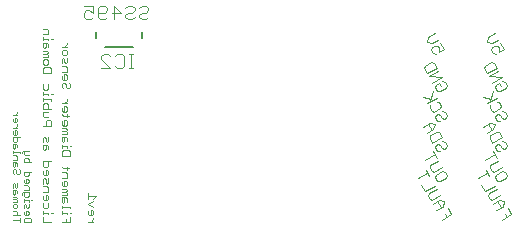
<source format=gbo>
G04 EAGLE Gerber RS-274X export*
G75*
%MOMM*%
%FSLAX34Y34*%
%LPD*%
%INSilkscreen Bottom*%
%IPPOS*%
%AMOC8*
5,1,8,0,0,1.08239X$1,22.5*%
G01*
%ADD10C,0.050800*%
%ADD11C,0.076200*%
%ADD12C,0.203200*%
%ADD13C,0.101600*%


D10*
X116379Y12954D02*
X123497Y12954D01*
X123497Y17699D01*
X119938Y15327D02*
X119938Y12954D01*
X121124Y19970D02*
X121124Y21157D01*
X116379Y21157D01*
X116379Y22343D02*
X116379Y19970D01*
X123497Y21157D02*
X124683Y21157D01*
X123497Y24648D02*
X123497Y25834D01*
X116379Y25834D01*
X116379Y24648D02*
X116379Y27021D01*
X121124Y30512D02*
X121124Y32885D01*
X119938Y34071D01*
X116379Y34071D01*
X116379Y30512D01*
X117565Y29326D01*
X118752Y30512D01*
X118752Y34071D01*
X121124Y36342D02*
X116379Y36342D01*
X121124Y36342D02*
X121124Y37528D01*
X119938Y38715D01*
X116379Y38715D01*
X119938Y38715D02*
X121124Y39901D01*
X119938Y41087D01*
X116379Y41087D01*
X116379Y44545D02*
X116379Y46917D01*
X116379Y44545D02*
X117565Y43358D01*
X119938Y43358D01*
X121124Y44545D01*
X121124Y46917D01*
X119938Y48104D01*
X118752Y48104D01*
X118752Y43358D01*
X116379Y50375D02*
X121124Y50375D01*
X121124Y53934D01*
X119938Y55120D01*
X116379Y55120D01*
X117565Y58577D02*
X122311Y58577D01*
X117565Y58577D02*
X116379Y59764D01*
X121124Y59764D02*
X121124Y57391D01*
X123497Y69085D02*
X116379Y69085D01*
X116379Y72644D01*
X117565Y73830D01*
X122311Y73830D01*
X123497Y72644D01*
X123497Y69085D01*
X121124Y76101D02*
X121124Y77288D01*
X116379Y77288D01*
X116379Y78474D02*
X116379Y76101D01*
X123497Y77288D02*
X124683Y77288D01*
X121124Y81965D02*
X121124Y84338D01*
X119938Y85524D01*
X116379Y85524D01*
X116379Y81965D01*
X117565Y80779D01*
X118752Y81965D01*
X118752Y85524D01*
X121124Y87795D02*
X116379Y87795D01*
X121124Y87795D02*
X121124Y88982D01*
X119938Y90168D01*
X116379Y90168D01*
X119938Y90168D02*
X121124Y91354D01*
X119938Y92541D01*
X116379Y92541D01*
X116379Y95998D02*
X116379Y98371D01*
X116379Y95998D02*
X117565Y94812D01*
X119938Y94812D01*
X121124Y95998D01*
X121124Y98371D01*
X119938Y99557D01*
X118752Y99557D01*
X118752Y94812D01*
X117565Y103014D02*
X122311Y103014D01*
X117565Y103014D02*
X116379Y104201D01*
X121124Y104201D02*
X121124Y101828D01*
X116379Y107692D02*
X116379Y110065D01*
X116379Y107692D02*
X117565Y106506D01*
X119938Y106506D01*
X121124Y107692D01*
X121124Y110065D01*
X119938Y111251D01*
X118752Y111251D01*
X118752Y106506D01*
X116379Y113522D02*
X121124Y113522D01*
X118752Y113522D02*
X121124Y115895D01*
X121124Y117081D01*
X123497Y129944D02*
X122311Y131131D01*
X123497Y129944D02*
X123497Y127572D01*
X122311Y126385D01*
X121124Y126385D01*
X119938Y127572D01*
X119938Y129944D01*
X118752Y131131D01*
X117565Y131131D01*
X116379Y129944D01*
X116379Y127572D01*
X117565Y126385D01*
X116379Y134588D02*
X116379Y136961D01*
X116379Y134588D02*
X117565Y133402D01*
X119938Y133402D01*
X121124Y134588D01*
X121124Y136961D01*
X119938Y138147D01*
X118752Y138147D01*
X118752Y133402D01*
X116379Y140418D02*
X121124Y140418D01*
X121124Y143977D01*
X119938Y145164D01*
X116379Y145164D01*
X116379Y147435D02*
X116379Y150994D01*
X117565Y152180D01*
X118752Y150994D01*
X118752Y148621D01*
X119938Y147435D01*
X121124Y148621D01*
X121124Y152180D01*
X116379Y155637D02*
X116379Y158010D01*
X117565Y159196D01*
X119938Y159196D01*
X121124Y158010D01*
X121124Y155637D01*
X119938Y154451D01*
X117565Y154451D01*
X116379Y155637D01*
X116379Y161467D02*
X121124Y161467D01*
X118752Y161467D02*
X121124Y163840D01*
X121124Y165026D01*
X90476Y12954D02*
X84629Y12954D01*
X84629Y15877D01*
X85603Y16852D01*
X89501Y16852D01*
X90476Y15877D01*
X90476Y12954D01*
X84629Y19775D02*
X84629Y21724D01*
X84629Y19775D02*
X85603Y18801D01*
X87552Y18801D01*
X88527Y19775D01*
X88527Y21724D01*
X87552Y22699D01*
X86578Y22699D01*
X86578Y18801D01*
X84629Y24648D02*
X84629Y27571D01*
X85603Y28546D01*
X86578Y27571D01*
X86578Y25622D01*
X87552Y24648D01*
X88527Y25622D01*
X88527Y28546D01*
X88527Y30495D02*
X88527Y31469D01*
X84629Y31469D01*
X84629Y30495D02*
X84629Y32444D01*
X90476Y31469D02*
X91450Y31469D01*
X82680Y36342D02*
X82680Y37316D01*
X83655Y38291D01*
X88527Y38291D01*
X88527Y35367D01*
X87552Y34393D01*
X85603Y34393D01*
X84629Y35367D01*
X84629Y38291D01*
X84629Y40240D02*
X88527Y40240D01*
X88527Y43163D01*
X87552Y44138D01*
X84629Y44138D01*
X84629Y47061D02*
X84629Y49010D01*
X84629Y47061D02*
X85603Y46087D01*
X87552Y46087D01*
X88527Y47061D01*
X88527Y49010D01*
X87552Y49985D01*
X86578Y49985D01*
X86578Y46087D01*
X84629Y55832D02*
X90476Y55832D01*
X84629Y55832D02*
X84629Y52908D01*
X85603Y51934D01*
X87552Y51934D01*
X88527Y52908D01*
X88527Y55832D01*
X90476Y63628D02*
X84629Y63628D01*
X84629Y66551D01*
X85603Y67526D01*
X87552Y67526D01*
X88527Y66551D01*
X88527Y63628D01*
X88527Y69475D02*
X85603Y69475D01*
X84629Y70449D01*
X84629Y73373D01*
X83655Y73373D02*
X88527Y73373D01*
X83655Y73373D02*
X82680Y72398D01*
X82680Y71424D01*
X80951Y14903D02*
X75104Y14903D01*
X80951Y12954D02*
X80951Y16852D01*
X80951Y18801D02*
X75104Y18801D01*
X78027Y18801D02*
X79002Y19775D01*
X79002Y21724D01*
X78027Y22699D01*
X75104Y22699D01*
X75104Y25622D02*
X75104Y27571D01*
X76078Y28546D01*
X78027Y28546D01*
X79002Y27571D01*
X79002Y25622D01*
X78027Y24648D01*
X76078Y24648D01*
X75104Y25622D01*
X75104Y30495D02*
X79002Y30495D01*
X79002Y31469D01*
X78027Y32444D01*
X75104Y32444D01*
X78027Y32444D02*
X79002Y33418D01*
X78027Y34393D01*
X75104Y34393D01*
X79002Y37316D02*
X79002Y39265D01*
X78027Y40240D01*
X75104Y40240D01*
X75104Y37316D01*
X76078Y36342D01*
X77053Y37316D01*
X77053Y40240D01*
X75104Y42189D02*
X75104Y45112D01*
X76078Y46087D01*
X77053Y45112D01*
X77053Y43163D01*
X78027Y42189D01*
X79002Y43163D01*
X79002Y46087D01*
X80951Y56806D02*
X79976Y57781D01*
X80951Y56806D02*
X80951Y54857D01*
X79976Y53883D01*
X79002Y53883D01*
X78027Y54857D01*
X78027Y56806D01*
X77053Y57781D01*
X76078Y57781D01*
X75104Y56806D01*
X75104Y54857D01*
X76078Y53883D01*
X79002Y60704D02*
X79002Y62653D01*
X78027Y63628D01*
X75104Y63628D01*
X75104Y60704D01*
X76078Y59730D01*
X77053Y60704D01*
X77053Y63628D01*
X75104Y65577D02*
X79002Y65577D01*
X79002Y68500D01*
X78027Y69475D01*
X75104Y69475D01*
X80951Y71424D02*
X80951Y72398D01*
X75104Y72398D01*
X75104Y71424D02*
X75104Y73373D01*
X79002Y76296D02*
X79002Y78245D01*
X78027Y79220D01*
X75104Y79220D01*
X75104Y76296D01*
X76078Y75322D01*
X77053Y76296D01*
X77053Y79220D01*
X75104Y85067D02*
X80951Y85067D01*
X75104Y85067D02*
X75104Y82143D01*
X76078Y81169D01*
X78027Y81169D01*
X79002Y82143D01*
X79002Y85067D01*
X75104Y87990D02*
X75104Y89939D01*
X75104Y87990D02*
X76078Y87016D01*
X78027Y87016D01*
X79002Y87990D01*
X79002Y89939D01*
X78027Y90914D01*
X77053Y90914D01*
X77053Y87016D01*
X75104Y92863D02*
X79002Y92863D01*
X77053Y92863D02*
X79002Y94812D01*
X79002Y95786D01*
X75104Y98710D02*
X75104Y100659D01*
X75104Y98710D02*
X76078Y97735D01*
X78027Y97735D01*
X79002Y98710D01*
X79002Y100659D01*
X78027Y101633D01*
X77053Y101633D01*
X77053Y97735D01*
X75104Y103582D02*
X79002Y103582D01*
X77053Y103582D02*
X79002Y105531D01*
X79002Y106505D01*
X100504Y12954D02*
X107622Y12954D01*
X100504Y12954D02*
X100504Y17699D01*
X105249Y19970D02*
X105249Y21157D01*
X100504Y21157D01*
X100504Y22343D02*
X100504Y19970D01*
X107622Y21157D02*
X108808Y21157D01*
X105249Y25834D02*
X105249Y29393D01*
X105249Y25834D02*
X104063Y24648D01*
X101690Y24648D01*
X100504Y25834D01*
X100504Y29393D01*
X100504Y32851D02*
X100504Y35223D01*
X100504Y32851D02*
X101690Y31664D01*
X104063Y31664D01*
X105249Y32851D01*
X105249Y35223D01*
X104063Y36410D01*
X102877Y36410D01*
X102877Y31664D01*
X100504Y38681D02*
X105249Y38681D01*
X105249Y42240D01*
X104063Y43426D01*
X100504Y43426D01*
X100504Y45697D02*
X100504Y49256D01*
X101690Y50442D01*
X102877Y49256D01*
X102877Y46883D01*
X104063Y45697D01*
X105249Y46883D01*
X105249Y50442D01*
X100504Y53900D02*
X100504Y56273D01*
X100504Y53900D02*
X101690Y52713D01*
X104063Y52713D01*
X105249Y53900D01*
X105249Y56273D01*
X104063Y57459D01*
X102877Y57459D01*
X102877Y52713D01*
X100504Y64475D02*
X107622Y64475D01*
X100504Y64475D02*
X100504Y60916D01*
X101690Y59730D01*
X104063Y59730D01*
X105249Y60916D01*
X105249Y64475D01*
X105249Y74949D02*
X105249Y77322D01*
X104063Y78508D01*
X100504Y78508D01*
X100504Y74949D01*
X101690Y73763D01*
X102877Y74949D01*
X102877Y78508D01*
X100504Y80779D02*
X100504Y84338D01*
X101690Y85524D01*
X102877Y84338D01*
X102877Y81965D01*
X104063Y80779D01*
X105249Y81965D01*
X105249Y85524D01*
X107622Y94812D02*
X100504Y94812D01*
X107622Y94812D02*
X107622Y98371D01*
X106436Y99557D01*
X104063Y99557D01*
X102877Y98371D01*
X102877Y94812D01*
X101690Y101828D02*
X105249Y101828D01*
X101690Y101828D02*
X100504Y103014D01*
X100504Y106573D01*
X105249Y106573D01*
X107622Y108844D02*
X100504Y108844D01*
X100504Y112404D01*
X101690Y113590D01*
X104063Y113590D01*
X105249Y112404D01*
X105249Y108844D01*
X107622Y115861D02*
X107622Y117047D01*
X100504Y117047D01*
X100504Y115861D02*
X100504Y118234D01*
X105249Y120538D02*
X105249Y121725D01*
X100504Y121725D01*
X100504Y122911D02*
X100504Y120538D01*
X107622Y121725D02*
X108808Y121725D01*
X105249Y126402D02*
X105249Y129961D01*
X105249Y126402D02*
X104063Y125216D01*
X101690Y125216D01*
X100504Y126402D01*
X100504Y129961D01*
X100504Y139249D02*
X107622Y139249D01*
X100504Y139249D02*
X100504Y142808D01*
X101690Y143994D01*
X106436Y143994D01*
X107622Y142808D01*
X107622Y139249D01*
X100504Y147452D02*
X100504Y149824D01*
X101690Y151011D01*
X104063Y151011D01*
X105249Y149824D01*
X105249Y147452D01*
X104063Y146265D01*
X101690Y146265D01*
X100504Y147452D01*
X100504Y153282D02*
X105249Y153282D01*
X105249Y154468D01*
X104063Y155654D01*
X100504Y155654D01*
X104063Y155654D02*
X105249Y156841D01*
X104063Y158027D01*
X100504Y158027D01*
X105249Y161484D02*
X105249Y163857D01*
X104063Y165043D01*
X100504Y165043D01*
X100504Y161484D01*
X101690Y160298D01*
X102877Y161484D01*
X102877Y165043D01*
X105249Y167314D02*
X105249Y168501D01*
X100504Y168501D01*
X100504Y169687D02*
X100504Y167314D01*
X107622Y168501D02*
X108808Y168501D01*
X105249Y171992D02*
X100504Y171992D01*
X105249Y171992D02*
X105249Y175551D01*
X104063Y176737D01*
X100504Y176737D01*
D11*
X487750Y164879D02*
X490885Y159448D01*
X486812Y157097D01*
X486602Y160596D01*
X485819Y161954D01*
X483677Y162528D01*
X480962Y160960D01*
X480388Y158818D01*
X481956Y156103D01*
X484097Y155529D01*
X480777Y164415D02*
X486208Y167550D01*
X480777Y164415D02*
X476494Y165563D01*
X477642Y169845D01*
X483072Y172981D01*
X489567Y132345D02*
X491709Y131771D01*
X493277Y129056D01*
X492703Y126915D01*
X487272Y123779D01*
X485131Y124353D01*
X483563Y127068D01*
X484137Y129210D01*
X486852Y130778D01*
X488420Y128062D01*
X481237Y131097D02*
X489383Y135800D01*
X478102Y136528D01*
X486247Y141231D01*
X484705Y143902D02*
X476559Y139199D01*
X474208Y143272D01*
X474782Y145413D01*
X480212Y148549D01*
X482354Y147975D01*
X484705Y143902D01*
X491709Y55571D02*
X493277Y52856D01*
X492703Y50715D01*
X487272Y47579D01*
X485131Y48153D01*
X483563Y50868D01*
X484137Y53010D01*
X489567Y56145D01*
X491709Y55571D01*
X489383Y59600D02*
X482595Y55681D01*
X480453Y56255D01*
X478885Y58970D01*
X479459Y61112D01*
X486247Y65031D01*
X483138Y70417D02*
X474992Y65714D01*
X484705Y67702D02*
X481570Y73133D01*
X497235Y19748D02*
X489089Y15045D01*
X497235Y19748D02*
X494100Y25179D01*
X491595Y20112D02*
X493162Y17397D01*
X489842Y26283D02*
X484412Y23147D01*
X489842Y26283D02*
X490990Y30566D01*
X486707Y31713D01*
X481277Y28578D01*
X485349Y30929D02*
X488485Y25499D01*
X481092Y32033D02*
X487880Y35952D01*
X481092Y32033D02*
X478950Y32607D01*
X477383Y35322D01*
X477957Y37463D01*
X484745Y41383D01*
X483203Y44054D02*
X475057Y39351D01*
X471921Y44781D01*
X468811Y50168D02*
X476957Y54871D01*
X475390Y57586D02*
X478525Y52156D01*
X491709Y106371D02*
X489567Y106945D01*
X491709Y106371D02*
X493277Y103656D01*
X492703Y101515D01*
X491345Y100731D01*
X489204Y101305D01*
X487636Y104020D01*
X485494Y104594D01*
X484137Y103810D01*
X483563Y101668D01*
X485131Y98953D01*
X487272Y98379D01*
X487031Y114473D02*
X484890Y115047D01*
X487031Y114473D02*
X488599Y111758D01*
X488025Y109616D01*
X482595Y106481D01*
X480453Y107055D01*
X478885Y109770D01*
X479459Y111912D01*
X476559Y113799D02*
X484705Y118502D01*
X479275Y115367D02*
X481570Y123933D01*
X479848Y117508D02*
X473424Y119230D01*
X489567Y81545D02*
X491709Y80971D01*
X493277Y78256D01*
X492703Y76115D01*
X491345Y75331D01*
X489204Y75905D01*
X487636Y78620D01*
X485494Y79194D01*
X484137Y78410D01*
X483563Y76268D01*
X485131Y73553D01*
X487272Y72979D01*
X481237Y80297D02*
X489383Y85000D01*
X481237Y80297D02*
X478885Y84370D01*
X479459Y86512D01*
X484890Y89647D01*
X487031Y89073D01*
X489383Y85000D01*
X481990Y91534D02*
X476559Y88399D01*
X481990Y91534D02*
X483138Y95817D01*
X478855Y96965D01*
X473424Y93830D01*
X477497Y96181D02*
X480632Y90751D01*
D10*
X143349Y12954D02*
X138604Y12954D01*
X140977Y12954D02*
X143349Y15327D01*
X143349Y16513D01*
X138604Y19987D02*
X138604Y22360D01*
X138604Y19987D02*
X139790Y18801D01*
X142163Y18801D01*
X143349Y19987D01*
X143349Y22360D01*
X142163Y23546D01*
X140977Y23546D01*
X140977Y18801D01*
X143349Y25817D02*
X138604Y28190D01*
X143349Y30563D01*
X143349Y32834D02*
X145722Y35206D01*
X138604Y35206D01*
X138604Y32834D02*
X138604Y37579D01*
D11*
X436950Y164879D02*
X440085Y159448D01*
X436012Y157097D01*
X435802Y160596D01*
X435019Y161954D01*
X432877Y162528D01*
X430162Y160960D01*
X429588Y158818D01*
X431156Y156103D01*
X433297Y155529D01*
X429977Y164415D02*
X435408Y167550D01*
X429977Y164415D02*
X425694Y165563D01*
X426842Y169845D01*
X432272Y172981D01*
X438767Y132345D02*
X440909Y131771D01*
X442477Y129056D01*
X441903Y126915D01*
X436472Y123779D01*
X434331Y124353D01*
X432763Y127068D01*
X433337Y129210D01*
X436052Y130778D01*
X437620Y128062D01*
X430437Y131097D02*
X438583Y135800D01*
X427302Y136528D01*
X435447Y141231D01*
X433905Y143902D02*
X425759Y139199D01*
X423408Y143272D01*
X423982Y145413D01*
X429412Y148549D01*
X431554Y147975D01*
X433905Y143902D01*
X440909Y55571D02*
X442477Y52856D01*
X441903Y50715D01*
X436472Y47579D01*
X434331Y48153D01*
X432763Y50868D01*
X433337Y53010D01*
X438767Y56145D01*
X440909Y55571D01*
X438583Y59600D02*
X431795Y55681D01*
X429653Y56255D01*
X428085Y58970D01*
X428659Y61112D01*
X435447Y65031D01*
X432338Y70417D02*
X424192Y65714D01*
X433905Y67702D02*
X430770Y73133D01*
X446435Y19748D02*
X438289Y15045D01*
X446435Y19748D02*
X443300Y25179D01*
X440795Y20112D02*
X442362Y17397D01*
X439042Y26283D02*
X433612Y23147D01*
X439042Y26283D02*
X440190Y30566D01*
X435907Y31713D01*
X430477Y28578D01*
X434549Y30929D02*
X437685Y25499D01*
X430292Y32033D02*
X437080Y35952D01*
X430292Y32033D02*
X428150Y32607D01*
X426583Y35322D01*
X427157Y37463D01*
X433945Y41383D01*
X432403Y44054D02*
X424257Y39351D01*
X421121Y44781D01*
X418011Y50168D02*
X426157Y54871D01*
X424590Y57586D02*
X427725Y52156D01*
X440909Y106371D02*
X438767Y106945D01*
X440909Y106371D02*
X442477Y103656D01*
X441903Y101515D01*
X440545Y100731D01*
X438404Y101305D01*
X436836Y104020D01*
X434694Y104594D01*
X433337Y103810D01*
X432763Y101668D01*
X434331Y98953D01*
X436472Y98379D01*
X436231Y114473D02*
X434090Y115047D01*
X436231Y114473D02*
X437799Y111758D01*
X437225Y109616D01*
X431795Y106481D01*
X429653Y107055D01*
X428085Y109770D01*
X428659Y111912D01*
X425759Y113799D02*
X433905Y118502D01*
X428475Y115367D02*
X430770Y123933D01*
X429048Y117508D02*
X422624Y119230D01*
X438767Y81545D02*
X440909Y80971D01*
X442477Y78256D01*
X441903Y76115D01*
X440545Y75331D01*
X438404Y75905D01*
X436836Y78620D01*
X434694Y79194D01*
X433337Y78410D01*
X432763Y76268D01*
X434331Y73553D01*
X436472Y72979D01*
X430437Y80297D02*
X438583Y85000D01*
X430437Y80297D02*
X428085Y84370D01*
X428659Y86512D01*
X434090Y89647D01*
X436231Y89073D01*
X438583Y85000D01*
X431190Y91534D02*
X425759Y88399D01*
X431190Y91534D02*
X432338Y95817D01*
X428055Y96965D01*
X422624Y93830D01*
X426697Y96181D02*
X429832Y90751D01*
D12*
X184600Y169000D02*
X184600Y174350D01*
X176700Y161100D02*
X153500Y161100D01*
X145600Y169000D02*
X145600Y174350D01*
D13*
X173394Y143621D02*
X177292Y143621D01*
X175343Y143621D02*
X175343Y155314D01*
X177292Y155314D02*
X173394Y155314D01*
X163649Y155314D02*
X161700Y153365D01*
X163649Y155314D02*
X167547Y155314D01*
X169496Y153365D01*
X169496Y145569D01*
X167547Y143621D01*
X163649Y143621D01*
X161700Y145569D01*
X157802Y143621D02*
X150006Y143621D01*
X150006Y151416D02*
X157802Y143621D01*
X150006Y151416D02*
X150006Y153365D01*
X151955Y155314D01*
X155853Y155314D01*
X157802Y153365D01*
X182196Y194403D02*
X184145Y196352D01*
X188043Y196352D01*
X189992Y194403D01*
X189992Y192454D01*
X188043Y190505D01*
X184145Y190505D01*
X182196Y188556D01*
X182196Y186607D01*
X184145Y184658D01*
X188043Y184658D01*
X189992Y186607D01*
X172451Y196352D02*
X170502Y194403D01*
X172451Y196352D02*
X176349Y196352D01*
X178298Y194403D01*
X178298Y192454D01*
X176349Y190505D01*
X172451Y190505D01*
X170502Y188556D01*
X170502Y186607D01*
X172451Y184658D01*
X176349Y184658D01*
X178298Y186607D01*
X160757Y184658D02*
X160757Y196352D01*
X166604Y190505D01*
X158808Y190505D01*
X154910Y186607D02*
X152961Y184658D01*
X149063Y184658D01*
X147114Y186607D01*
X147114Y194403D01*
X149063Y196352D01*
X152961Y196352D01*
X154910Y194403D01*
X154910Y192454D01*
X152961Y190505D01*
X147114Y190505D01*
X143216Y196352D02*
X135420Y196352D01*
X143216Y196352D02*
X143216Y190505D01*
X139318Y192454D01*
X137369Y192454D01*
X135420Y190505D01*
X135420Y186607D01*
X137369Y184658D01*
X141267Y184658D01*
X143216Y186607D01*
M02*

</source>
